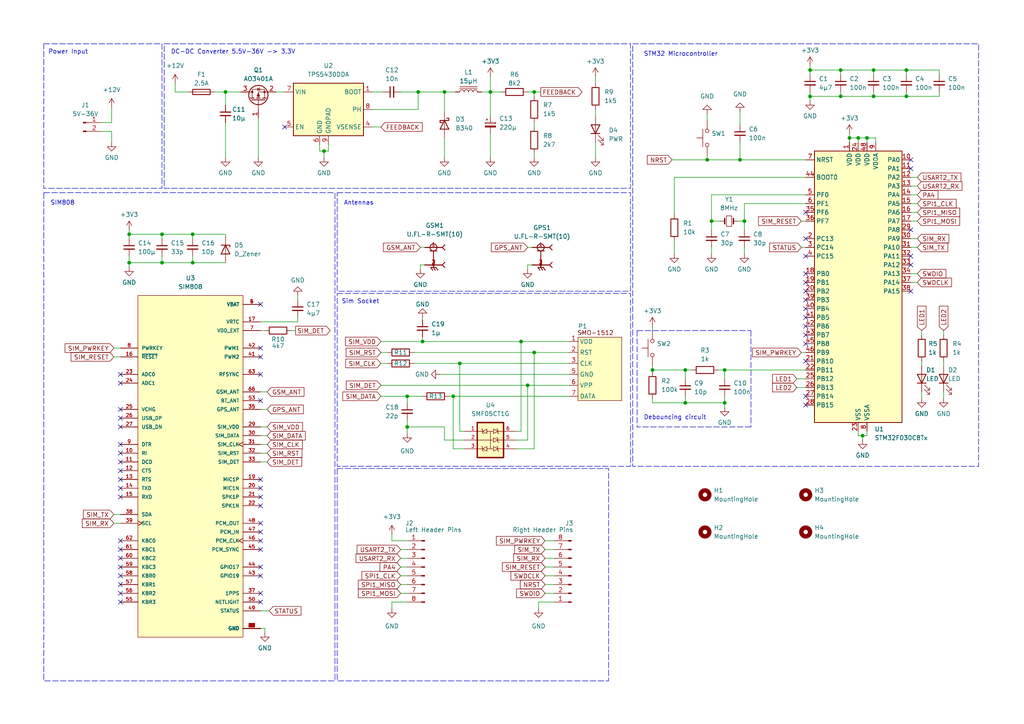
<source format=kicad_sch>
(kicad_sch (version 20230121) (generator eeschema)
  (paper "A4")
  (title_block (title "Tracker GPS") (date "2024-11-02") (rev "V1") (company "HEFF - HELB") (comment 1 "Author : AGEA Léo"))
  (junction (at 248.92 40.005))
  (junction (at 243.84 20.32))
  (junction (at 243.84 27.94))
  (junction (at 246.38 40.005))
  (junction (at 65.405 26.67))
  (junction (at 198.755 107.315))
  (junction (at 151.13 99.06))
  (junction (at 250.19 126.365))
  (junction (at 234.95 20.32))
  (junction (at 154.94 102.235))
  (junction (at 142.24 26.67))
  (junction (at 121.285 26.67))
  (junction (at 253.365 20.32))
  (junction (at 37.465 67.945))
  (junction (at 93.98 43.815))
  (junction (at 55.88 76.2))
  (junction (at 262.89 20.32))
  (junction (at 153.035 111.76))
  (junction (at 262.89 27.94))
  (junction (at 253.365 27.94))
  (junction (at 118.11 114.935))
  (junction (at 189.23 107.315))
  (junction (at 55.88 67.945))
  (junction (at 214.63 46.355))
  (junction (at 128.905 26.67))
  (junction (at 210.185 116.84))
  (junction (at 206.375 64.135))
  (junction (at 133.35 105.41))
  (junction (at 46.99 76.2))
  (junction (at 251.46 40.005))
  (junction (at 37.465 76.2))
  (junction (at 198.755 116.84))
  (junction (at 234.95 27.94))
  (junction (at 154.94 26.67))
  (junction (at 46.99 67.945))
  (junction (at 210.185 107.315))
  (junction (at 215.9 64.135))
  (junction (at 205.105 46.355))
  (junction (at 118.11 123.825))
  (junction (at 122.555 99.06))
  (junction (at 131.445 114.935))
  (no_connect (at 233.68 74.295))
  (no_connect (at 75.565 167.005))
  (no_connect (at 233.68 79.375))
  (no_connect (at 34.925 121.285))
  (no_connect (at 75.565 108.585))
  (no_connect (at 75.565 174.625))
  (no_connect (at 34.925 139.065))
  (no_connect (at 75.565 139.065))
  (no_connect (at 34.925 111.125))
  (no_connect (at 34.925 161.925))
  (no_connect (at 233.68 114.935))
  (no_connect (at 75.565 144.145))
  (no_connect (at 34.925 172.085))
  (no_connect (at 75.565 103.505))
  (no_connect (at 34.925 164.465))
  (no_connect (at 264.16 76.835))
  (no_connect (at 34.925 136.525))
  (no_connect (at 34.925 128.905))
  (no_connect (at 75.565 151.765))
  (no_connect (at 233.68 61.595))
  (no_connect (at 34.925 118.745))
  (no_connect (at 233.68 84.455))
  (no_connect (at 233.68 117.475))
  (no_connect (at 233.68 92.075))
  (no_connect (at 34.925 133.985))
  (no_connect (at 34.925 144.145))
  (no_connect (at 34.925 108.585))
  (no_connect (at 264.16 74.295))
  (no_connect (at 34.925 169.545))
  (no_connect (at 233.68 89.535))
  (no_connect (at 264.16 48.895))
  (no_connect (at 233.68 69.215))
  (no_connect (at 264.16 66.675))
  (no_connect (at 34.925 167.005))
  (no_connect (at 34.925 174.625))
  (no_connect (at 82.55 36.83))
  (no_connect (at 75.565 159.385))
  (no_connect (at 75.565 164.465))
  (no_connect (at 233.68 81.915))
  (no_connect (at 233.68 86.995))
  (no_connect (at 34.925 141.605))
  (no_connect (at 75.565 100.965))
  (no_connect (at 75.565 146.685))
  (no_connect (at 75.565 116.205))
  (no_connect (at 264.16 46.355))
  (no_connect (at 34.925 123.825))
  (no_connect (at 75.565 172.085))
  (no_connect (at 233.68 94.615))
  (no_connect (at 75.565 154.305))
  (no_connect (at 75.565 88.265))
  (no_connect (at 233.68 99.695))
  (no_connect (at 233.68 104.775))
  (no_connect (at 34.925 159.385))
  (no_connect (at 233.68 97.155))
  (no_connect (at 264.16 84.455))
  (no_connect (at 34.925 156.845))
  (no_connect (at 34.925 131.445))
  (no_connect (at 75.565 156.845))
  (no_connect (at 75.565 141.605))
  (wire (pts (xy 262.89 26.67) (xy 262.89 27.94)))
  (wire (pts (xy 149.86 130.175) (xy 154.94 130.175)))
  (wire (pts (xy 248.92 126.365) (xy 250.19 126.365)))
  (wire (pts (xy 243.84 26.67) (xy 243.84 27.94)))
  (wire (pts (xy 158.115 169.545) (xy 160.655 169.545)))
  (wire (pts (xy 189.23 115.57) (xy 189.23 116.84)))
  (wire (pts (xy 65.405 26.67) (xy 69.85 26.67)))
  (wire (pts (xy 158.115 156.845) (xy 160.655 156.845)))
  (wire (pts (xy 32.385 35.56) (xy 29.21 35.56)))
  (wire (pts (xy 121.92 71.755) (xy 123.19 71.755)))
  (wire (pts (xy 158.115 159.385) (xy 160.655 159.385)))
  (wire (pts (xy 243.84 20.32) (xy 234.95 20.32)))
  (wire (pts (xy 75.565 126.365) (xy 77.47 126.365)))
  (wire (pts (xy 75.565 123.825) (xy 77.47 123.825)))
  (wire (pts (xy 74.93 34.29) (xy 74.93 45.72)))
  (wire (pts (xy 205.105 46.355) (xy 214.63 46.355)))
  (wire (pts (xy 264.16 53.975) (xy 266.065 53.975)))
  (wire (pts (xy 122.555 99.06) (xy 151.13 99.06)))
  (wire (pts (xy 213.995 64.135) (xy 215.9 64.135)))
  (wire (pts (xy 153.035 71.755) (xy 154.305 71.755)))
  (wire (pts (xy 122.555 92.075) (xy 122.555 92.71)))
  (wire (pts (xy 107.95 36.83) (xy 110.49 36.83)))
  (wire (pts (xy 131.445 130.175) (xy 131.445 114.935)))
  (wire (pts (xy 153.035 78.105) (xy 153.035 76.835)))
  (wire (pts (xy 154.94 26.67) (xy 154.94 27.94)))
  (wire (pts (xy 110.49 102.235) (xy 112.395 102.235)))
  (wire (pts (xy 84.455 95.885) (xy 85.725 95.885)))
  (wire (pts (xy 251.46 125.095) (xy 251.46 126.365)))
  (wire (pts (xy 142.24 26.67) (xy 142.24 33.655)))
  (wire (pts (xy 158.115 164.465) (xy 160.655 164.465)))
  (wire (pts (xy 75.565 177.165) (xy 78.105 177.165)))
  (wire (pts (xy 206.375 71.755) (xy 206.375 73.66)))
  (wire (pts (xy 208.28 107.315) (xy 210.185 107.315)))
  (wire (pts (xy 208.915 64.135) (xy 206.375 64.135)))
  (wire (pts (xy 214.63 41.275) (xy 214.63 46.355)))
  (wire (pts (xy 55.88 76.2) (xy 46.99 76.2)))
  (wire (pts (xy 116.205 26.67) (xy 121.285 26.67)))
  (wire (pts (xy 133.35 105.41) (xy 165.1 105.41)))
  (wire (pts (xy 233.68 51.435) (xy 195.58 51.435)))
  (wire (pts (xy 251.46 40.005) (xy 248.92 40.005)))
  (wire (pts (xy 234.95 19.05) (xy 234.95 20.32)))
  (wire (pts (xy 116.205 172.085) (xy 118.11 172.085)))
  (wire (pts (xy 264.16 64.135) (xy 266.065 64.135)))
  (wire (pts (xy 195.58 51.435) (xy 195.58 62.23)))
  (wire (pts (xy 33.02 149.225) (xy 34.925 149.225)))
  (wire (pts (xy 110.49 111.76) (xy 153.035 111.76)))
  (wire (pts (xy 153.035 76.835) (xy 154.305 76.835)))
  (wire (pts (xy 273.685 104.775) (xy 273.685 106.045)))
  (wire (pts (xy 37.465 76.2) (xy 37.465 77.47)))
  (wire (pts (xy 264.16 81.915) (xy 266.065 81.915)))
  (wire (pts (xy 37.465 66.675) (xy 37.465 67.945)))
  (wire (pts (xy 33.02 100.965) (xy 34.925 100.965)))
  (polyline (pts (xy 217.805 95.885) (xy 217.805 123.825)) (stroke (width 0) (type dash)))
  (wire (pts (xy 65.405 68.58) (xy 65.405 67.945)))
  (wire (pts (xy 214.63 32.385) (xy 214.63 36.195)))
  (wire (pts (xy 33.02 151.765) (xy 34.925 151.765)))
  (wire (pts (xy 198.755 114.935) (xy 198.755 116.84)))
  (wire (pts (xy 55.88 69.215) (xy 55.88 67.945)))
  (wire (pts (xy 243.84 20.32) (xy 253.365 20.32)))
  (wire (pts (xy 113.665 174.625) (xy 118.11 174.625)))
  (wire (pts (xy 118.11 114.935) (xy 122.555 114.935)))
  (wire (pts (xy 189.23 106.045) (xy 189.23 107.315)))
  (wire (pts (xy 231.14 109.855) (xy 233.68 109.855)))
  (wire (pts (xy 154.94 130.175) (xy 154.94 102.235)))
  (wire (pts (xy 254 41.275) (xy 254 40.005)))
  (wire (pts (xy 264.16 79.375) (xy 266.065 79.375)))
  (wire (pts (xy 264.16 71.755) (xy 266.065 71.755)))
  (wire (pts (xy 92.71 43.815) (xy 93.98 43.815)))
  (wire (pts (xy 198.755 107.315) (xy 200.66 107.315)))
  (wire (pts (xy 37.465 67.945) (xy 37.465 69.215)))
  (wire (pts (xy 121.285 26.67) (xy 121.285 31.75)))
  (wire (pts (xy 273.685 95.885) (xy 273.685 97.155)))
  (wire (pts (xy 122.555 97.79) (xy 122.555 99.06)))
  (wire (pts (xy 253.365 27.94) (xy 243.84 27.94)))
  (wire (pts (xy 128.905 127.635) (xy 128.905 123.825)))
  (wire (pts (xy 127.635 108.585) (xy 165.1 108.585)))
  (wire (pts (xy 139.7 26.67) (xy 142.24 26.67)))
  (wire (pts (xy 231.14 112.395) (xy 233.68 112.395)))
  (wire (pts (xy 128.905 32.385) (xy 128.905 26.67)))
  (wire (pts (xy 62.23 26.67) (xy 65.405 26.67)))
  (wire (pts (xy 107.95 26.67) (xy 111.125 26.67)))
  (wire (pts (xy 232.41 64.135) (xy 233.68 64.135)))
  (wire (pts (xy 120.015 102.235) (xy 154.94 102.235)))
  (wire (pts (xy 215.9 64.135) (xy 215.9 66.675)))
  (wire (pts (xy 65.405 76.2) (xy 55.88 76.2)))
  (wire (pts (xy 234.95 20.32) (xy 234.95 21.59)))
  (wire (pts (xy 50.8 26.67) (xy 50.8 24.13)))
  (wire (pts (xy 46.99 74.295) (xy 46.99 76.2)))
  (wire (pts (xy 75.565 118.745) (xy 77.47 118.745)))
  (wire (pts (xy 76.835 182.245) (xy 76.835 183.515)))
  (wire (pts (xy 110.49 99.06) (xy 122.555 99.06)))
  (wire (pts (xy 110.49 105.41) (xy 112.395 105.41)))
  (wire (pts (xy 267.335 104.775) (xy 267.335 106.045)))
  (wire (pts (xy 215.9 59.055) (xy 215.9 64.135)))
  (wire (pts (xy 154.94 35.56) (xy 154.94 36.83)))
  (wire (pts (xy 29.21 38.1) (xy 32.385 38.1)))
  (wire (pts (xy 272.415 21.59) (xy 272.415 20.32)))
  (wire (pts (xy 153.035 26.67) (xy 154.94 26.67)))
  (wire (pts (xy 205.105 45.085) (xy 205.105 46.355)))
  (wire (pts (xy 248.92 125.095) (xy 248.92 126.365)))
  (wire (pts (xy 33.02 103.505) (xy 34.925 103.505)))
  (wire (pts (xy 264.16 59.055) (xy 266.065 59.055)))
  (wire (pts (xy 234.95 26.67) (xy 234.95 27.94)))
  (wire (pts (xy 205.105 33.02) (xy 205.105 34.925)))
  (wire (pts (xy 75.565 182.245) (xy 76.835 182.245)))
  (wire (pts (xy 172.72 41.275) (xy 172.72 45.72)))
  (wire (pts (xy 154.94 102.235) (xy 165.1 102.235)))
  (wire (pts (xy 264.16 56.515) (xy 266.065 56.515)))
  (wire (pts (xy 75.565 95.885) (xy 76.835 95.885)))
  (wire (pts (xy 80.01 26.67) (xy 82.55 26.67)))
  (wire (pts (xy 234.95 27.94) (xy 234.95 29.21)))
  (wire (pts (xy 246.38 38.735) (xy 246.38 40.005)))
  (wire (pts (xy 215.9 71.755) (xy 215.9 73.66)))
  (wire (pts (xy 210.185 116.84) (xy 210.185 118.11)))
  (wire (pts (xy 272.415 26.67) (xy 272.415 27.94)))
  (wire (pts (xy 130.175 114.935) (xy 131.445 114.935)))
  (wire (pts (xy 264.16 51.435) (xy 266.065 51.435)))
  (wire (pts (xy 156.21 174.625) (xy 160.655 174.625)))
  (polyline (pts (xy 184.785 95.885) (xy 184.785 123.825)) (stroke (width 0) (type dash)))
  (wire (pts (xy 121.92 76.835) (xy 123.19 76.835)))
  (wire (pts (xy 142.24 38.735) (xy 142.24 45.72)))
  (wire (pts (xy 267.335 113.665) (xy 267.335 115.57)))
  (wire (pts (xy 172.72 22.225) (xy 172.72 24.13)))
  (wire (pts (xy 206.375 56.515) (xy 233.68 56.515)))
  (wire (pts (xy 262.89 27.94) (xy 253.365 27.94)))
  (wire (pts (xy 156.21 176.53) (xy 156.21 174.625)))
  (wire (pts (xy 37.465 67.945) (xy 46.99 67.945)))
  (wire (pts (xy 116.205 164.465) (xy 118.11 164.465)))
  (wire (pts (xy 272.415 20.32) (xy 262.89 20.32)))
  (wire (pts (xy 232.41 71.755) (xy 233.68 71.755)))
  (wire (pts (xy 154.94 44.45) (xy 154.94 45.72)))
  (wire (pts (xy 118.11 114.935) (xy 118.11 116.84)))
  (wire (pts (xy 158.115 167.005) (xy 160.655 167.005)))
  (wire (pts (xy 75.565 131.445) (xy 77.47 131.445)))
  (wire (pts (xy 46.99 67.945) (xy 55.88 67.945)))
  (wire (pts (xy 92.71 41.91) (xy 92.71 43.815)))
  (wire (pts (xy 189.23 107.315) (xy 198.755 107.315)))
  (polyline (pts (xy 217.805 123.825) (xy 184.785 123.825)) (stroke (width 0) (type dash)))
  (wire (pts (xy 32.385 38.1) (xy 32.385 41.275)))
  (wire (pts (xy 134.62 130.175) (xy 131.445 130.175)))
  (wire (pts (xy 142.24 22.225) (xy 142.24 26.67)))
  (wire (pts (xy 253.365 26.67) (xy 253.365 27.94)))
  (wire (pts (xy 243.84 21.59) (xy 243.84 20.32)))
  (wire (pts (xy 46.99 69.215) (xy 46.99 67.945)))
  (wire (pts (xy 215.9 59.055) (xy 233.68 59.055)))
  (wire (pts (xy 189.23 107.315) (xy 189.23 107.95)))
  (wire (pts (xy 264.16 61.595) (xy 266.065 61.595)))
  (wire (pts (xy 55.88 74.295) (xy 55.88 76.2)))
  (wire (pts (xy 131.445 114.935) (xy 165.1 114.935)))
  (wire (pts (xy 151.13 99.06) (xy 151.13 125.095)))
  (wire (pts (xy 210.185 107.315) (xy 210.185 109.855)))
  (wire (pts (xy 194.945 46.355) (xy 205.105 46.355)))
  (wire (pts (xy 248.92 41.275) (xy 248.92 40.005)))
  (wire (pts (xy 116.205 167.005) (xy 118.11 167.005)))
  (wire (pts (xy 267.335 95.885) (xy 267.335 97.155)))
  (wire (pts (xy 272.415 27.94) (xy 262.89 27.94)))
  (wire (pts (xy 206.375 56.515) (xy 206.375 64.135)))
  (wire (pts (xy 116.205 169.545) (xy 118.11 169.545)))
  (wire (pts (xy 158.115 172.085) (xy 160.655 172.085)))
  (wire (pts (xy 75.565 128.905) (xy 77.47 128.905)))
  (wire (pts (xy 151.13 99.06) (xy 165.1 99.06)))
  (wire (pts (xy 65.405 35.56) (xy 65.405 45.72)))
  (wire (pts (xy 113.665 176.53) (xy 113.665 174.625)))
  (wire (pts (xy 133.35 105.41) (xy 133.35 125.095)))
  (wire (pts (xy 121.285 31.75) (xy 107.95 31.75)))
  (wire (pts (xy 214.63 46.355) (xy 233.68 46.355)))
  (wire (pts (xy 198.755 116.84) (xy 210.185 116.84)))
  (wire (pts (xy 128.905 26.67) (xy 132.08 26.67)))
  (wire (pts (xy 246.38 40.005) (xy 246.38 41.275)))
  (wire (pts (xy 55.88 67.945) (xy 65.405 67.945)))
  (wire (pts (xy 251.46 126.365) (xy 250.19 126.365)))
  (wire (pts (xy 273.685 113.665) (xy 273.685 115.57)))
  (wire (pts (xy 86.36 92.075) (xy 86.36 93.345)))
  (wire (pts (xy 110.49 114.935) (xy 118.11 114.935)))
  (wire (pts (xy 65.405 26.67) (xy 65.405 30.48)))
  (wire (pts (xy 134.62 127.635) (xy 128.905 127.635)))
  (wire (pts (xy 262.89 20.32) (xy 253.365 20.32)))
  (wire (pts (xy 86.36 85.725) (xy 86.36 86.995)))
  (wire (pts (xy 172.72 31.75) (xy 172.72 33.655)))
  (wire (pts (xy 251.46 41.275) (xy 251.46 40.005)))
  (wire (pts (xy 206.375 64.135) (xy 206.375 66.675)))
  (wire (pts (xy 95.25 43.815) (xy 93.98 43.815)))
  (wire (pts (xy 93.98 43.815) (xy 93.98 45.72)))
  (wire (pts (xy 95.25 41.91) (xy 95.25 43.815)))
  (wire (pts (xy 118.11 156.845) (xy 113.665 156.845)))
  (wire (pts (xy 210.185 107.315) (xy 233.68 107.315)))
  (wire (pts (xy 37.465 76.2) (xy 46.99 76.2)))
  (wire (pts (xy 118.11 123.825) (xy 118.11 125.73)))
  (wire (pts (xy 195.58 69.85) (xy 195.58 73.66)))
  (wire (pts (xy 116.205 161.925) (xy 118.11 161.925)))
  (wire (pts (xy 128.905 26.67) (xy 121.285 26.67)))
  (wire (pts (xy 32.385 31.115) (xy 32.385 35.56)))
  (wire (pts (xy 113.665 156.845) (xy 113.665 154.94)))
  (wire (pts (xy 264.16 69.215) (xy 266.065 69.215)))
  (wire (pts (xy 243.84 27.94) (xy 234.95 27.94)))
  (wire (pts (xy 153.035 111.76) (xy 165.1 111.76)))
  (wire (pts (xy 210.185 114.935) (xy 210.185 116.84)))
  (wire (pts (xy 54.61 26.67) (xy 50.8 26.67)))
  (wire (pts (xy 142.24 26.67) (xy 145.415 26.67)))
  (wire (pts (xy 75.565 113.665) (xy 77.47 113.665)))
  (wire (pts (xy 253.365 21.59) (xy 253.365 20.32)))
  (wire (pts (xy 154.94 26.67) (xy 156.845 26.67)))
  (wire (pts (xy 121.92 78.105) (xy 121.92 76.835)))
  (wire (pts (xy 134.62 125.095) (xy 133.35 125.095)))
  (wire (pts (xy 118.11 121.92) (xy 118.11 123.825)))
  (wire (pts (xy 189.23 94.615) (xy 189.23 95.885)))
  (wire (pts (xy 262.89 21.59) (xy 262.89 20.32)))
  (wire (pts (xy 248.92 40.005) (xy 246.38 40.005)))
  (wire (pts (xy 198.755 109.855) (xy 198.755 107.315)))
  (wire (pts (xy 86.36 93.345) (xy 75.565 93.345)))
  (polyline (pts (xy 184.785 95.885) (xy 217.805 95.885)) (stroke (width 0) (type dash)))
  (wire (pts (xy 75.565 133.985) (xy 77.47 133.985)))
  (wire (pts (xy 254 40.005) (xy 251.46 40.005)))
  (wire (pts (xy 37.465 74.295) (xy 37.465 76.2)))
  (wire (pts (xy 116.205 159.385) (xy 118.11 159.385)))
  (wire (pts (xy 128.905 40.005) (xy 128.905 45.72)))
  (wire (pts (xy 250.19 126.365) (xy 250.19 127.635)))
  (wire (pts (xy 158.115 161.925) (xy 160.655 161.925)))
  (wire (pts (xy 189.23 116.84) (xy 198.755 116.84)))
  (wire (pts (xy 232.41 102.235) (xy 233.68 102.235)))
  (wire (pts (xy 120.015 105.41) (xy 133.35 105.41)))
  (wire (pts (xy 149.86 125.095) (xy 151.13 125.095)))
  (wire (pts (xy 128.905 123.825) (xy 118.11 123.825)))
  (wire (pts (xy 153.035 127.635) (xy 153.035 111.76)))
  (wire (pts (xy 149.86 127.635) (xy 153.035 127.635)))
  (rectangle (start 47.625 12.7) (end 182.88 54.61) (stroke (width 0) (type dash)))
  (rectangle (start 97.79 85.09) (end 182.88 135.255) (stroke (width 0) (type dash)))
  (rectangle (start 97.79 135.89) (end 176.53 197.485) (stroke (width 0) (type dash)))
  (rectangle (start 12.7 55.88) (end 97.155 197.485) (stroke (width 0) (type dash)))
  (rectangle (start 97.79 55.88) (end 182.88 84.455) (stroke (width 0) (type dash)))
  (rectangle (start 12.7 12.7) (end 46.99 54.61) (stroke (width 0) (type dash)))
  (rectangle (start 183.515 12.7) (end 283.845 135.255) (stroke (width 0) (type dash)))
  (text "Power Input" (at 13.97 15.875 0) (effects (font (size 1.27 1.27)) (justify left bottom)))
  (text "DC-DC Converter 5.5V-36V -> 3.3V" (at 49.53 15.875 0) (effects (font (size 1.27 1.27)) (justify left bottom)))
  (text "Antennas" (at 99.695 59.69 0) (effects (font (size 1.27 1.27)) (justify left bottom)))
  (text "Sim Socket" (at 99.06 88.265 0) (effects (font (size 1.27 1.27)) (justify left bottom)))
  (text "Debouncing circuit" (at 186.69 121.92 0) (effects (font (size 1.27 1.27)) (justify left bottom)))
  (text "SIM808" (at 14.605 59.69 0) (effects (font (size 1.27 1.27)) (justify left bottom)))
  (text "STM32 Microcontroller" (at 186.69 16.51 0) (effects (font (size 1.27 1.27)) (justify left bottom)))
  (global_label "USART2_TX" (shape input) (at 266.065 51.435 0) (property "Intersheetrefs" "${INTERSHEET_REFS}" (effects hide)))
  (global_label "SIM_RESET" (shape input) (at 33.02 103.505 180) (property "Intersheetrefs" "${INTERSHEET_REFS}" (effects hide)))
  (global_label "USART2_RX" (shape input) (at 116.205 161.925 180) (property "Intersheetrefs" "${INTERSHEET_REFS}" (effects hide)))
  (global_label "SPI1_MOSI" (shape input) (at 266.065 64.135 0) (property "Intersheetrefs" "${INTERSHEET_REFS}" (effects hide)))
  (global_label "SWDCLK" (shape input) (at 158.115 167.005 180) (property "Intersheetrefs" "${INTERSHEET_REFS}" (effects hide)))
  (global_label "SIM_RESET" (shape input) (at 232.41 64.135 180) (property "Intersheetrefs" "${INTERSHEET_REFS}" (effects hide)))
  (global_label "SPI1_CLK" (shape input) (at 116.205 167.005 180) (property "Intersheetrefs" "${INTERSHEET_REFS}" (effects hide)))
  (global_label "STATUS" (shape input) (at 232.41 71.755 180) (property "Intersheetrefs" "${INTERSHEET_REFS}" (effects hide)))
  (global_label "SIM_TX" (shape input) (at 266.065 71.755 0) (property "Intersheetrefs" "${INTERSHEET_REFS}" (effects hide)))
  (global_label "SIM_VDD" (shape input) (at 110.49 99.06 180) (property "Intersheetrefs" "${INTERSHEET_REFS}" (effects hide)))
  (global_label "SPI1_MISO" (shape input) (at 266.065 61.595 0) (property "Intersheetrefs" "${INTERSHEET_REFS}" (effects hide)))
  (global_label "SWDIO" (shape input) (at 266.065 79.375 0) (property "Intersheetrefs" "${INTERSHEET_REFS}" (effects hide)))
  (global_label "SWDCLK" (shape input) (at 266.065 81.915 0) (property "Intersheetrefs" "${INTERSHEET_REFS}" (effects hide)))
  (global_label "GPS_ANT" (shape input) (at 77.47 118.745 0) (property "Intersheetrefs" "${INTERSHEET_REFS}" (effects hide)))
  (global_label "SIM_TX" (shape input) (at 33.02 149.225 180) (property "Intersheetrefs" "${INTERSHEET_REFS}" (effects hide)))
  (global_label "SIM_RST" (shape input) (at 77.47 131.445 0) (property "Intersheetrefs" "${INTERSHEET_REFS}" (effects hide)))
  (global_label "SIM_RX" (shape input) (at 33.02 151.765 180) (property "Intersheetrefs" "${INTERSHEET_REFS}" (effects hide)))
  (global_label "SIM_RESET" (shape input) (at 158.115 164.465 180) (property "Intersheetrefs" "${INTERSHEET_REFS}" (effects hide)))
  (global_label "GSM_ANT" (shape input) (at 77.47 113.665 0) (property "Intersheetrefs" "${INTERSHEET_REFS}" (effects hide)))
  (global_label "SIM_DET" (shape output) (at 85.725 95.885 0) (property "Intersheetrefs" "${INTERSHEET_REFS}" (effects hide)))
  (global_label "SIM_DET" (shape input) (at 110.49 111.76 180) (property "Intersheetrefs" "${INTERSHEET_REFS}" (effects hide)))
  (global_label "SIM_RX" (shape input) (at 266.065 69.215 0) (property "Intersheetrefs" "${INTERSHEET_REFS}" (effects hide)))
  (global_label "SIM_DATA" (shape input) (at 77.47 126.365 0) (property "Intersheetrefs" "${INTERSHEET_REFS}" (effects hide)))
  (global_label "USART2_RX" (shape input) (at 266.065 53.975 0) (property "Intersheetrefs" "${INTERSHEET_REFS}" (effects hide)))
  (global_label "SPI1_CLK" (shape input) (at 266.065 59.055 0) (property "Intersheetrefs" "${INTERSHEET_REFS}" (effects hide)))
  (global_label "PA4" (shape input) (at 266.065 56.515 0) (property "Intersheetrefs" "${INTERSHEET_REFS}" (effects hide)))
  (global_label "SIM_PWRKEY" (shape input) (at 232.41 102.235 180) (property "Intersheetrefs" "${INTERSHEET_REFS}" (effects hide)))
  (global_label "NRST" (shape input) (at 194.945 46.355 180) (property "Intersheetrefs" "${INTERSHEET_REFS}" (effects hide)))
  (global_label "SPI1_MISO" (shape input) (at 116.205 169.545 180) (property "Intersheetrefs" "${INTERSHEET_REFS}" (effects hide)))
  (global_label "SIM_VDD" (shape input) (at 77.47 123.825 0) (property "Intersheetrefs" "${INTERSHEET_REFS}" (effects hide)))
  (global_label "SIM_RX" (shape input) (at 158.115 161.925 180) (property "Intersheetrefs" "${INTERSHEET_REFS}" (effects hide)))
  (global_label "LED1" (shape input) (at 267.335 95.885 90) (property "Intersheetrefs" "${INTERSHEET_REFS}" (effects hide)))
  (global_label "USART2_TX" (shape input) (at 116.205 159.385 180) (property "Intersheetrefs" "${INTERSHEET_REFS}" (effects hide)))
  (global_label "NRST" (shape input) (at 158.115 169.545 180) (property "Intersheetrefs" "${INTERSHEET_REFS}" (effects hide)))
  (global_label "SIM_DET" (shape input) (at 77.47 133.985 0) (property "Intersheetrefs" "${INTERSHEET_REFS}" (effects hide)))
  (global_label "SIM_DATA" (shape input) (at 110.49 114.935 180) (property "Intersheetrefs" "${INTERSHEET_REFS}" (effects hide)))
  (global_label "GSM_ANT" (shape input) (at 121.92 71.755 180) (property "Intersheetrefs" "${INTERSHEET_REFS}" (effects hide)))
  (global_label "SWDIO" (shape input) (at 158.115 172.085 180) (property "Intersheetrefs" "${INTERSHEET_REFS}" (effects hide)))
  (global_label "FEEDBACK" (shape input) (at 110.49 36.83 0) (property "Intersheetrefs" "${INTERSHEET_REFS}" (effects hide)))
  (global_label "SIM_RST" (shape input) (at 110.49 102.235 180) (property "Intersheetrefs" "${INTERSHEET_REFS}" (effects hide)))
  (global_label "SIM_PWRKEY" (shape input) (at 33.02 100.965 180) (property "Intersheetrefs" "${INTERSHEET_REFS}" (effects hide)))
  (global_label "SPI1_MOSI" (shape input) (at 116.205 172.085 180) (property "Intersheetrefs" "${INTERSHEET_REFS}" (effects hide)))
  (global_label "SIM_PWRKEY" (shape input) (at 158.115 156.845 180) (property "Intersheetrefs" "${INTERSHEET_REFS}" (effects hide)))
  (global_label "SIM_CLK" (shape input) (at 77.47 128.905 0) (property "Intersheetrefs" "${INTERSHEET_REFS}" (effects hide)))
  (global_label "SIM_CLK" (shape input) (at 110.49 105.41 180) (property "Intersheetrefs" "${INTERSHEET_REFS}" (effects hide)))
  (global_label "SIM_TX" (shape input) (at 158.115 159.385 180) (property "Intersheetrefs" "${INTERSHEET_REFS}" (effects hide)))
  (global_label "STATUS" (shape input) (at 78.105 177.165 0) (property "Intersheetrefs" "${INTERSHEET_REFS}" (effects hide)))
  (global_label "LED2" (shape input) (at 231.14 112.395 180) (property "Intersheetrefs" "${INTERSHEET_REFS}" (effects hide)))
  (global_label "LED2" (shape input) (at 273.685 95.885 90) (property "Intersheetrefs" "${INTERSHEET_REFS}" (effects hide)))
  (global_label "LED1" (shape input) (at 231.14 109.855 180) (property "Intersheetrefs" "${INTERSHEET_REFS}" (effects hide)))
  (global_label "PA4" (shape input) (at 116.205 164.465 180) (property "Intersheetrefs" "${INTERSHEET_REFS}" (effects hide)))
  (global_label "GPS_ANT" (shape input) (at 153.035 71.755 180) (property "Intersheetrefs" "${INTERSHEET_REFS}" (effects hide)))
  (global_label "FEEDBACK" (shape output) (at 156.845 26.67 0) (property "Intersheetrefs" "${INTERSHEET_REFS}" (effects hide)))
  (symbol (lib_id "power:+3V3") (at 246.38 38.735 0) (unit 1)
    (property "Reference" "#PWR03" (effects hide))
    (property "Value" "+3V3" (at 246.38 34.29 0))
  )
  (symbol (lib_id "power:GND") (at 234.95 29.21 0) (unit 1)
    (property "Reference" "#PWR02" (effects hide))
    (property "Value" "GND" (at 234.95 33.655 0))
  )
  (symbol (lib_id "Device:C_Small") (at 122.555 95.25 0) (unit 1)
    (property "Reference" "C19" (at 125.095 93.9863 0) (effects (justify left)))
    (property "Value" "1µ" (at 125.095 96.5263 0) (effects (justify left)))
  )
  (symbol (lib_id "Device:R") (at 80.645 95.885 270) (unit 1)
    (property "Reference" "R10" (at 80.645 98.425 90))
    (property "Value" "4k7" (at 80.645 100.33 90))
  )
  (symbol (lib_id "Device:C_Small") (at 243.84 24.13 0) (unit 1)
    (property "Reference" "C2" (at 246.38 22.8663 0) (effects (justify left)))
    (property "Value" "100n" (at 246.38 25.4063 0) (effects (justify left)))
  )
  (symbol (lib_id "Device:C_Small") (at 253.365 24.13 0) (unit 1)
    (property "Reference" "C3" (at 255.905 22.8663 0) (effects (justify left)))
    (property "Value" "100n" (at 255.905 25.4063 0) (effects (justify left)))
  )
  (symbol (lib_id "Device:C_Small") (at 272.415 24.13 0) (unit 1)
    (property "Reference" "C5" (at 274.955 22.8663 0) (effects (justify left)))
    (property "Value" "100n" (at 274.955 25.4063 0) (effects (justify left)))
  )
  (symbol (lib_id "Device:LED") (at 172.72 37.465 90) (unit 1)
    (property "Reference" "D4" (at 176.53 37.7825 90) (effects (justify right)))
    (property "Value" "PWR" (at 176.53 40.3225 90) (effects (justify right)))
  )
  (symbol (lib_id "Device:C_Small") (at 262.89 24.13 0) (unit 1)
    (property "Reference" "C4" (at 265.43 22.8663 0) (effects (justify left)))
    (property "Value" "100n" (at 265.43 25.4063 0) (effects (justify left)))
  )
  (symbol (lib_id "Device:D_Schottky") (at 128.905 36.195 270) (unit 1)
    (property "Reference" "D3" (at 132.08 34.6075 90) (effects (justify left)))
    (property "Value" "B340" (at 132.08 37.1475 90) (effects (justify left)))
  )
  (symbol (lib_id "power:GND") (at 154.94 45.72 0) (unit 1)
    (property "Reference" "#PWR017" (effects hide))
    (property "Value" "GND" (at 154.94 50.165 0))
  )
  (symbol (lib_id "power:GND") (at 214.63 32.385 180) (unit 1)
    (property "Reference" "#PWR05" (effects hide))
    (property "Value" "GND" (at 214.63 27.305 0))
  )
  (symbol (lib_id "Device:R") (at 204.47 107.315 90) (unit 1)
    (property "Reference" "R3" (at 204.47 101.6 90))
    (property "Value" "1k" (at 204.47 104.14 90))
  )
  (symbol (lib_id "Device:C_Small") (at 46.99 71.755 0) (unit 1)
    (property "Reference" "C15" (at 49.53 70.4913 0) (effects (justify left)))
    (property "Value" "33p" (at 49.53 73.0313 0) (effects (justify left)))
  )
  (symbol (lib_id "Switch:SW_Push") (at 189.23 100.965 90) (unit 1)
    (property "Reference" "SW2" (at 190.5 99.695 90) (effects (justify right)))
    (property "Value" "SW_Push" (effects hide))
  )
  (symbol (lib_id "Device:LED") (at 267.335 109.855 90) (unit 1)
    (property "Reference" "D1" (at 268.605 107.315 90) (effects (justify right)))
    (property "Value" "LED" (at 268.605 109.855 90) (effects (justify right)))
  )
  (symbol (lib_id "Device:R") (at 149.225 26.67 90) (unit 1)
    (property "Reference" "R6" (at 149.225 21.59 90))
    (property "Value" "8k2" (at 149.225 24.13 90))
  )
  (symbol (lib_id "power:GND") (at 172.72 45.72 0) (unit 1)
    (property "Reference" "#PWR018" (effects hide))
    (property "Value" "GND" (at 172.72 50.165 0))
  )
  (symbol (lib_id "power:GND") (at 127.635 108.585 270) (unit 1)
    (property "Reference" "#PWR033" (effects hide))
    (property "Value" "GND" (at 124.46 108.585 90) (effects (justify right)))
  )
  (symbol (lib_id "Connector:Conn_01x08_Pin") (at 123.19 164.465 0) (mirror y) (unit 1)
    (property "Reference" "J2" (at 118.745 151.765 0))
    (property "Value" "Left Header Pins" (at 125.73 153.67 0))
  )
  (symbol (lib_id "Regulator_Switching:TPS5430DDA") (at 95.25 31.75 0) (unit 1)
    (property "Reference" "U2" (at 95.25 19.05 0))
    (property "Value" "TPS5430DDA" (at 95.25 21.59 0))
    (property "Footprint" "Package_SO:TI_SO-PowerPAD-8_ThermalVias" (effects hide))
    (property "Datasheet" "http://www.ti.com/lit/ds/symlink/tps5430.pdf" (effects hide))
  )
  (symbol (lib_id "power:+3V3") (at 172.72 22.225 0) (unit 1)
    (property "Reference" "#PWR016" (effects hide))
    (property "Value" "+3V3" (at 172.72 17.78 0))
  )
  (symbol (lib_id "power:+3V3") (at 37.465 66.675 0) (unit 1)
    (property "Reference" "#PWR027" (effects hide))
    (property "Value" "+3V3" (at 37.465 62.23 0))
  )
  (symbol (lib_id "Connector:Conn_01x02_Pin") (at 24.13 35.56 0) (unit 1)
    (property "Reference" "J1" (at 24.765 30.48 0))
    (property "Value" "5V-36V" (at 24.765 33.02 0))
  )
  (symbol (lib_id "power:GND") (at 250.19 127.635 0) (unit 1)
    (property "Reference" "#PWR09" (effects hide))
    (property "Value" "GND" (at 250.19 132.08 0))
  )
  (symbol (lib_id "Device:R") (at 273.685 100.965 180) (unit 1)
    (property "Reference" "R4" (at 276.225 99.695 0) (effects (justify right)))
    (property "Value" "1k" (at 276.225 102.235 0) (effects (justify right)))
  )
  (symbol (lib_id "power:GND") (at 76.835 183.515 0) (unit 1)
    (property "Reference" "#PWR026" (effects hide))
    (property "Value" "GND" (at 76.835 187.96 0))
  )
  (symbol (lib_id "power:+3V3") (at 189.23 94.615 0) (unit 1)
    (property "Reference" "#PWR011" (effects hide))
    (property "Value" "+3V3" (at 189.23 90.17 0))
  )
  (symbol (lib_id "Device:C_Small") (at 198.755 112.395 0) (unit 1)
    (property "Reference" "C9" (at 201.295 111.1313 0) (effects (justify left)))
    (property "Value" "10p" (at 201.295 113.6713 0) (effects (justify left)))
  )
  (symbol (lib_id "Connector:Conn_01x08_Pin") (at 165.735 167.005 180) (unit 1)
    (property "Reference" "J3" (at 165.1 151.765 0))
    (property "Value" "Right Header Pins" (at 157.48 153.67 0))
  )
  (symbol (lib_id "Device:C_Small") (at 37.465 71.755 0) (unit 1)
    (property "Reference" "C14" (at 40.005 70.4913 0) (effects (justify left)))
    (property "Value" "100µ" (at 40.005 73.0313 0) (effects (justify left)))
  )
  (symbol (lib_id "power:GND") (at 153.035 78.105 0) (unit 1)
    (property "Reference" "#PWR031" (effects hide))
    (property "Value" "GND" (at 153.035 82.55 0))
  )
  (symbol (lib_id "power:GND") (at 65.405 45.72 0) (unit 1)
    (property "Reference" "#PWR022" (effects hide))
    (property "Value" "GND" (at 65.405 50.165 0))
  )
  (symbol (lib_id "My_Lib_Perso:U.FL-R-SMT(10)") (at 125.73 74.295 0) (mirror y) (unit 1)
    (property "Reference" "GSM1" (at 126.111 65.405 0))
    (property "Value" "U.FL-R-SMT(10)" (at 126.111 67.945 0))
    (property "Footprint" "HRS_U.FL-R-SMT(10)" (effects hide))
    (property "PRICE" "None" (effects hide))
    (property "MP" "U.FL-R-SMT_10_" (effects hide))
    (property "PACKAGE" "FakePackage u" (effects hide))
    (property "AVAILABILITY" "Unavailable" (effects hide))
    (property "DESCRIPTION" "U.FL Series 50 Ohm Receptacle Male Pins Ultra Small SMT Coaxial Connector" (effects hide))
    (property "MF" "Hirose" (effects hide))
  )
  (symbol (lib_id "Device:C_Small") (at 215.9 69.215 0) (unit 1)
    (property "Reference" "C8" (at 218.44 67.9513 0) (effects (justify left)))
    (property "Value" "30p" (at 218.44 70.4913 0) (effects (justify left)))
  )
  (symbol (lib_id "Device:R") (at 154.94 31.75 0) (unit 1)
    (property "Reference" "R7" (at 157.48 30.48 0) (effects (justify left)))
    (property "Value" "1k5" (at 157.48 33.02 0) (effects (justify left)))
  )
  (symbol (lib_id "power:GND") (at 118.11 125.73 0) (unit 1)
    (property "Reference" "#PWR032" (effects hide))
    (property "Value" "GND" (at 118.11 130.81 0))
  )
  (symbol (lib_id "Device:R") (at 116.205 105.41 90) (unit 1)
    (property "Reference" "R12" (at 116.205 105.41 90))
    (property "Value" "R" (effects hide))
  )
  (symbol (lib_id "power:GND") (at 267.335 115.57 0) (unit 1)
    (property "Reference" "#PWR012" (effects hide))
    (property "Value" "GND" (at 267.335 120.015 0))
  )
  (symbol (lib_id "My_Lib_Perso:SIM808") (at 55.245 133.985 0) (unit 1)
    (property "Reference" "U3" (at 55.245 80.645 0))
    (property "Value" "SIM808" (at 55.245 83.185 0))
    (property "Footprint" "XCVR_SIM808" (effects hide))
    (property "PARTREV" "1.03" (effects hide))
    (property "MAXIMUM_PACKAGE_HEIGHT" "2.8mm" (effects hide))
    (property "STANDARD" "Manufacturer recommendations" (effects hide))
    (property "MANUFACTURER" "SIMCOM" (effects hide))
  )
  (symbol (lib_id "power:GND") (at 121.92 78.105 0) (unit 1)
    (property "Reference" "#PWR030" (effects hide))
    (property "Value" "GND" (at 121.92 82.55 0))
  )
  (symbol (lib_id "Device:C_Small") (at 65.405 33.02 0) (unit 1)
    (property "Reference" "C11" (at 67.31 31.75 0) (effects (justify left)))
    (property "Value" "10µ" (at 67.31 34.29 0) (effects (justify left)))
  )
  (symbol (lib_id "power:+3V3") (at 234.95 19.05 0) (unit 1)
    (property "Reference" "#PWR01" (effects hide))
    (property "Value" "+3V3" (at 234.95 14.605 0))
  )
  (symbol (lib_id "power:GND") (at 93.98 45.72 0) (unit 1)
    (property "Reference" "#PWR021" (effects hide))
    (property "Value" "GND" (at 93.98 50.165 0))
  )
  (symbol (lib_id "MCU_ST_STM32F0:STM32F030C8Tx") (at 248.92 84.455 0) (unit 1)
    (property "Reference" "U1" (at 253.6541 124.46 0) (effects (justify left)))
    (property "Value" "STM32F030C8Tx" (at 253.6541 127 0) (effects (justify left)))
    (property "Footprint" "Package_QFP:LQFP-48_7x7mm_P0.5mm" (effects hide))
    (property "Datasheet" "https://www.st.com/resource/en/datasheet/stm32f030c8.pdf" (effects hide))
  )
  (symbol (lib_id "Device:Fuse") (at 58.42 26.67 90) (unit 1)
    (property "Reference" "F1" (at 58.42 21.59 90))
    (property "Value" "2.5A" (at 58.42 24.13 90))
  )
  (symbol (lib_id "power:GND") (at 113.665 176.53 0) (unit 1)
    (property "Reference" "#PWR036" (effects hide))
    (property "Value" "GND" (at 113.665 181.61 0))
  )
  (symbol (lib_id "Device:LED") (at 273.685 109.855 90) (unit 1)
    (property "Reference" "D2" (at 274.955 107.315 90) (effects (justify right)))
    (property "Value" "LED" (at 274.955 109.855 90) (effects (justify right)))
  )
  (symbol (lib_id "Device:C_Small") (at 118.11 119.38 0) (unit 1)
    (property "Reference" "C18" (at 111.76 118.11 0) (effects (justify left)))
    (property "Value" "22p" (at 111.76 120.65 0) (effects (justify left)))
  )
  (symbol (lib_id "My_Lib_Perso:SMF05CT1G") (at 142.24 127.635 0) (unit 1)
    (property "Reference" "U4" (at 142.24 117.475 0))
    (property "Value" "SMF05CT1G" (at 142.24 120.015 0))
    (property "Footprint" "SOT65P210X110-6N" (effects hide))
    (property "PACKAGE" "SOT-363 ON Semiconductor" (effects hide))
    (property "STANDARD" "IPC7351B" (effects hide))
    (property "DESCRIPTION" "SMF05C Series 7.2 V 100 W 5-Line Transient Voltage Suppressor Array - SC-88" (effects hide))
    (property "PRICE" "None" (effects hide))
    (property "MP" "SMF05CT1G" (effects hide))
    (property "MANUFACTURER" "ON Semiconductor" (effects hide))
  )
  (symbol (lib_id "Device:R") (at 195.58 66.04 0) (unit 1)
    (property "Reference" "R1" (at 198.12 64.77 0) (effects (justify left)))
    (property "Value" "10k" (at 198.12 67.31 0) (effects (justify left)))
  )
  (symbol (lib_id "Switch:SW_Push") (at 205.105 40.005 90) (unit 1)
    (property "Reference" "SW1" (at 206.375 38.735 90) (effects (justify right)))
    (property "Value" "SW_Push" (effects hide))
  )
  (symbol (lib_id "Mechanical:MountingHole") (at 204.47 154.305 0) (unit 1)
    (property "Reference" "H2" (at 207.01 153.035 0) (effects (justify left)))
    (property "Value" "MountingHole" (at 207.01 155.575 0) (effects (justify left)))
  )
  (symbol (lib_id "power:+3V3") (at 142.24 22.225 0) (unit 1)
    (property "Reference" "#PWR015" (effects hide))
    (property "Value" "+3V3" (at 142.24 17.78 0))
  )
  (symbol (lib_id "power:GND") (at 128.905 45.72 0) (unit 1)
    (property "Reference" "#PWR020" (effects hide))
    (property "Value" "GND" (at 128.905 50.165 0))
  )
  (symbol (lib_id "Device:R") (at 126.365 114.935 90) (unit 1)
    (property "Reference" "R13" (at 126.365 114.935 90))
    (property "Value" "R" (effects hide))
  )
  (symbol (lib_id "Mechanical:MountingHole") (at 204.47 143.51 0) (unit 1)
    (property "Reference" "H1" (at 207.01 142.24 0) (effects (justify left)))
    (property "Value" "MountingHole" (at 207.01 144.78 0) (effects (justify left)))
  )
  (symbol (lib_id "My_Lib_Perso:SMO-1512") (at 168.91 96.52 0) (unit 1)
    (property "Reference" "P1" (at 167.64 94.615 0) (effects (justify left)))
    (property "Value" "~" (at 168.91 96.52 0))
  )
  (symbol (lib_id "Device:R") (at 154.94 40.64 0) (unit 1)
    (property "Reference" "R8" (at 157.48 39.37 0) (effects (justify left)))
    (property "Value" "2k7" (at 157.48 41.91 0) (effects (justify left)))
  )
  (symbol (lib_id "power:GND") (at 32.385 41.275 0) (unit 1)
    (property "Reference" "#PWR025" (effects hide))
    (property "Value" "GND" (at 32.385 45.72 0))
  )
  (symbol (lib_id "Device:D_Zener") (at 65.405 72.39 270) (unit 1)
    (property "Reference" "D5" (at 67.945 71.12 90) (effects (justify left)))
    (property "Value" "D_Zener" (at 67.945 73.66 90) (effects (justify left)))
  )
  (symbol (lib_id "Device:L_Iron") (at 135.89 26.67 90) (unit 1)
    (property "Reference" "L1" (at 135.89 20.955 90))
    (property "Value" "15µH" (at 135.89 23.495 90))
  )
  (symbol (lib_id "Device:R") (at 267.335 100.965 180) (unit 1)
    (property "Reference" "R5" (at 269.24 99.695 0) (effects (justify right)))
    (property "Value" "1k" (at 269.24 102.235 0) (effects (justify right)))
  )
  (symbol (lib_id "My_Lib_Perso:U.FL-R-SMT(10)") (at 156.845 74.295 0) (mirror y) (unit 1)
    (property "Reference" "GPS1" (at 157.226 66.04 0))
    (property "Value" "U.FL-R-SMT(10)" (at 157.226 68.58 0))
    (property "Footprint" "HRS_U.FL-R-SMT(10)" (effects hide))
    (property "PRICE" "None" (effects hide))
    (property "MP" "U.FL-R-SMT_10_" (effects hide))
    (property "PACKAGE" "FakePackage u" (effects hide))
    (property "AVAILABILITY" "Unavailable" (effects hide))
    (property "DESCRIPTION" "U.FL Series 50 Ohm Receptacle Male Pins Ultra Small SMT Coaxial Connector" (effects hide))
    (property "MF" "Hirose" (effects hide))
  )
  (symbol (lib_id "Device:C_Small") (at 55.88 71.755 0) (unit 1)
    (property "Reference" "C16" (at 58.42 70.4913 0) (effects (justify left)))
    (property "Value" "10p" (at 58.42 73.0313 0) (effects (justify left)))
  )
  (symbol (lib_id "Device:C_Polarized_Small") (at 142.24 36.195 0) (unit 1)
    (property "Reference" "C13" (at 144.78 34.3789 0) (effects (justify left)))
    (property "Value" "220µ" (at 144.78 36.9189 0) (effects (justify left)))
  )
  (symbol (lib_id "Mechanical:MountingHole") (at 233.68 143.51 0) (unit 1)
    (property "Reference" "H3" (at 236.22 142.24 0) (effects (justify left)))
    (property "Value" "MountingHole" (at 236.22 144.78 0) (effects (justify left)))
  )
  (symbol (lib_id "Transistor_FET:AO3401A") (at 74.93 29.21 90) (unit 1)
    (property "Reference" "Q1" (at 74.93 20.32 90))
    (property "Value" "AO3401A" (at 74.93 22.86 90))
    (property "Footprint" "Package_TO_SOT_SMD:SOT-23W_Handsoldering" (effects hide))
    (property "Datasheet" "http://www.aosmd.com/pdfs/datasheet/AO3401A.pdf" (effects hide))
  )
  (symbol (lib_id "Device:C_Small") (at 214.63 38.735 0) (unit 1)
    (property "Reference" "C6" (at 217.17 37.4713 0) (effects (justify left)))
    (property "Value" "100n" (at 217.17 40.0113 0) (effects (justify left)))
  )
  (symbol (lib_id "power:GND") (at 86.36 85.725 180) (unit 1)
    (property "Reference" "#PWR029" (effects hide))
    (property "Value" "GND" (at 86.36 81.28 0))
  )
  (symbol (lib_id "power:GND") (at 156.21 176.53 0) (unit 1)
    (property "Reference" "#PWR037" (effects hide))
    (property "Value" "GND" (at 156.21 181.61 0))
  )
  (symbol (lib_id "Device:C_Small") (at 206.375 69.215 0) (unit 1)
    (property "Reference" "C7" (at 208.915 67.9513 0) (effects (justify left)))
    (property "Value" "30p" (at 208.915 70.4913 0) (effects (justify left)))
  )
  (symbol (lib_id "Device:C_Small") (at 86.36 89.535 0) (unit 1)
    (property "Reference" "C17" (at 88.9 88.2713 0) (effects (justify left)))
    (property "Value" "4µ7" (at 88.9 90.8113 0) (effects (justify left)))
  )
  (symbol (lib_id "Device:Crystal_Small") (at 211.455 64.135 0) (unit 1)
    (property "Reference" "Y1" (at 211.455 57.785 0))
    (property "Value" "8MHz" (at 211.455 60.325 0))
  )
  (symbol (lib_id "power:GND") (at 37.465 77.47 0) (unit 1)
    (property "Reference" "#PWR028" (effects hide))
    (property "Value" "GND" (at 37.465 81.915 0))
  )
  (symbol (lib_id "Device:R") (at 189.23 111.76 0) (unit 1)
    (property "Reference" "R2" (at 191.77 110.49 0) (effects (justify left)))
    (property "Value" "100k" (at 191.77 113.03 0) (effects (justify left)))
  )
  (symbol (lib_id "power:GND") (at 122.555 92.075 180) (unit 1)
    (property "Reference" "#PWR034" (effects hide))
    (property "Value" "GND" (at 122.555 88.265 0))
  )
  (symbol (lib_id "Device:C_Small") (at 234.95 24.13 0) (unit 1)
    (property "Reference" "C1" (at 237.49 22.8663 0) (effects (justify left)))
    (property "Value" "4µ7" (at 237.49 25.4063 0) (effects (justify left)))
  )
  (symbol (lib_id "power:GND") (at 215.9 73.66 0) (unit 1)
    (property "Reference" "#PWR07" (effects hide))
    (property "Value" "GND" (at 215.9 78.105 0))
  )
  (symbol (lib_id "Device:R") (at 116.205 102.235 90) (unit 1)
    (property "Reference" "R11" (at 116.205 102.235 90))
    (property "Value" "R" (effects hide))
  )
  (symbol (lib_id "Device:C_Small") (at 210.185 112.395 0) (unit 1)
    (property "Reference" "C10" (at 212.725 111.1313 0) (effects (justify left)))
    (property "Value" "100n" (at 212.725 113.6713 0) (effects (justify left)))
  )
  (symbol (lib_id "Device:R") (at 172.72 27.94 0) (unit 1)
    (property "Reference" "R9" (at 175.26 26.67 0) (effects (justify left)))
    (property "Value" "1k5" (at 175.26 29.21 0) (effects (justify left)))
  )
  (symbol (lib_id "Device:C_Small") (at 113.665 26.67 90) (unit 1)
    (property "Reference" "C12" (at 113.6713 20.32 90))
    (property "Value" "10n" (at 113.6713 22.86 90))
  )
  (symbol (lib_id "power:+12V") (at 32.385 31.115 0) (unit 1)
    (property "Reference" "#PWR024" (effects hide))
    (property "Value" "+12V" (at 32.385 26.035 0))
  )
  (symbol (lib_id "power:GND") (at 195.58 73.66 0) (unit 1)
    (property "Reference" "#PWR08" (effects hide))
    (property "Value" "GND" (at 195.58 78.105 0))
  )
  (symbol (lib_id "power:GND") (at 210.185 118.11 0) (unit 1)
    (property "Reference" "#PWR010" (effects hide))
    (property "Value" "GND" (at 210.185 122.555 0))
  )
  (symbol (lib_id "power:+12V") (at 50.8 24.13 0) (unit 1)
    (property "Reference" "#PWR014" (effects hide))
    (property "Value" "+12V" (at 50.8 19.05 0))
  )
  (symbol (lib_id "power:GND") (at 74.93 45.72 0) (unit 1)
    (property "Reference" "#PWR023" (effects hide))
    (property "Value" "GND" (at 74.93 50.165 0))
  )
  (symbol (lib_id "power:+3V3") (at 113.665 154.94 0) (unit 1)
    (property "Reference" "#PWR035" (effects hide))
    (property "Value" "+3V3" (at 113.665 149.86 0))
  )
  (symbol (lib_id "power:GND") (at 206.375 73.66 0) (unit 1)
    (property "Reference" "#PWR06" (effects hide))
    (property "Value" "GND" (at 206.375 78.105 0))
  )
  (symbol (lib_id "Mechanical:MountingHole") (at 233.68 154.305 0) (unit 1)
    (property "Reference" "H4" (at 236.22 153.035 0) (effects (justify left)))
    (property "Value" "MountingHole" (at 236.22 155.575 0) (effects (justify left)))
  )
  (symbol (lib_id "power:GND") (at 205.105 33.02 180) (unit 1)
    (property "Reference" "#PWR04" (effects hide))
    (property "Value" "GND" (at 205.105 27.94 0))
  )
  (symbol (lib_id "power:GND") (at 142.24 45.72 0) (unit 1)
    (property "Reference" "#PWR019" (effects hide))
    (property "Value" "GND" (at 142.24 50.165 0))
  )
  (symbol (lib_id "power:GND") (at 273.685 115.57 0) (unit 1)
    (property "Reference" "#PWR013" (effects hide))
    (property "Value" "GND" (at 273.685 120.015 0))
  )
)
</source>
